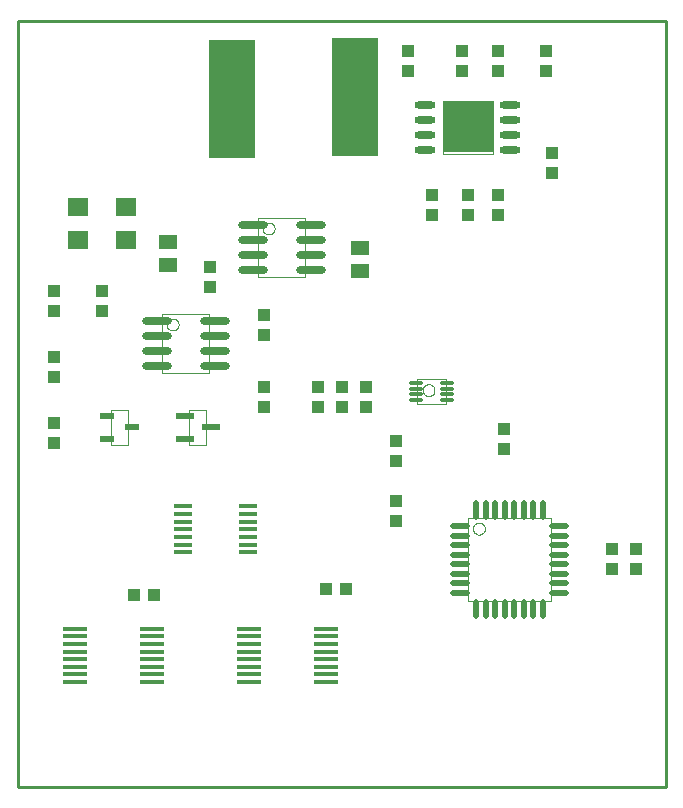
<source format=gtp>
%FSTAX23Y23*%
%MOIN*%
%SFA1B1*%

%IPPOS*%
%ADD10R,0.051180X0.023620*%
%ADD11R,0.039370X0.043310*%
%ADD12R,0.165350X0.165350*%
%ADD13O,0.070870X0.023620*%
%ADD14R,0.059060X0.051180*%
%ADD15R,0.062990X0.023620*%
%ADD16O,0.098430X0.027560*%
%ADD17O,0.049210X0.011810*%
%ADD18R,0.043310X0.039370*%
%ADD19R,0.084650X0.015750*%
%ADD20R,0.084650X0.015750*%
%ADD21R,0.064960X0.011810*%
%ADD22O,0.064960X0.021650*%
%ADD23O,0.021650X0.064960*%
%ADD24R,0.070870X0.062990*%
%ADD25R,0.157480X0.393700*%
%ADD34C,0.010000*%
%ADD37C,0.003940*%
%LNrazbot_v02-1*%
%LPD*%
G54D10*
X00381Y012D03*
X00298Y01162D03*
Y01237D03*
G54D11*
X0108Y01266D03*
Y01333D03*
X01Y01266D03*
Y01333D03*
X0126Y00953D03*
Y00886D03*
X0162Y01193D03*
Y01126D03*
X0012Y01653D03*
Y01586D03*
Y01433D03*
Y01366D03*
Y01213D03*
Y01146D03*
X0178Y02046D03*
Y02113D03*
X016Y01973D03*
Y01906D03*
X015Y01973D03*
Y01906D03*
X0028Y01586D03*
Y01653D03*
X0082Y01506D03*
Y01573D03*
Y01333D03*
Y01266D03*
X0138Y01906D03*
Y01973D03*
X0148Y02453D03*
Y02386D03*
X013Y02453D03*
Y02386D03*
X016D03*
Y02453D03*
X0176D03*
Y02386D03*
X0064Y01733D03*
Y01666D03*
X0126Y01153D03*
Y01086D03*
X0116Y01266D03*
Y01333D03*
X0206Y00726D03*
Y00793D03*
X0198Y00726D03*
Y00793D03*
G54D12*
X015Y022D03*
G54D13*
X01358Y02275D03*
Y02225D03*
Y02175D03*
Y02125D03*
X01641Y02275D03*
Y02225D03*
Y02175D03*
Y02125D03*
G54D14*
X005Y01742D03*
Y01817D03*
X0114Y01797D03*
Y01722D03*
G54D15*
X00643Y012D03*
X00556Y01162D03*
Y01237D03*
G54D16*
X00976Y01725D03*
Y01775D03*
Y01825D03*
Y01875D03*
X00783Y01725D03*
Y01775D03*
Y01825D03*
Y01875D03*
X00656Y01405D03*
Y01455D03*
Y01505D03*
Y01555D03*
X00463Y01405D03*
Y01455D03*
Y01505D03*
Y01555D03*
G54D17*
X01432Y0129D03*
Y0131D03*
Y01329D03*
Y01349D03*
X01327Y0129D03*
Y0131D03*
Y01329D03*
Y01349D03*
G54D18*
X00386Y0064D03*
X00453D03*
X01093Y0066D03*
X01026D03*
G54D19*
X00191Y00529D03*
X00771D03*
G54D20*
X00191Y00503D03*
Y00478D03*
Y00452D03*
Y00427D03*
Y00401D03*
Y00376D03*
Y0035D03*
X00448Y00529D03*
Y00503D03*
Y00478D03*
Y00452D03*
Y00427D03*
Y00401D03*
Y00376D03*
Y0035D03*
X00771Y00503D03*
Y00478D03*
Y00452D03*
Y00427D03*
Y00401D03*
Y00376D03*
Y0035D03*
X01028Y00529D03*
Y00503D03*
Y00478D03*
Y00452D03*
Y00427D03*
Y00401D03*
Y00376D03*
Y0035D03*
G54D21*
X0055Y00936D03*
Y00911D03*
Y00885D03*
Y0086D03*
Y00834D03*
Y00808D03*
Y00783D03*
X00769Y00936D03*
Y00911D03*
Y00885D03*
Y0086D03*
Y00834D03*
Y00808D03*
Y00783D03*
G54D22*
X01474Y0087D03*
Y00838D03*
Y00807D03*
Y00775D03*
Y00744D03*
Y00712D03*
Y00681D03*
Y00649D03*
X01805D03*
Y00681D03*
Y00712D03*
Y00744D03*
Y00775D03*
Y00807D03*
Y00838D03*
Y0087D03*
G54D23*
X01529Y00594D03*
X01561D03*
X01592D03*
X01624D03*
X01655D03*
X01687D03*
X01718D03*
X0175D03*
Y00925D03*
X01718D03*
X01687D03*
X01655D03*
X01624D03*
X01592D03*
X01561D03*
X01529D03*
G54D24*
X0036Y01824D03*
Y01935D03*
X002D03*
Y01824D03*
G54D25*
X00715Y02295D03*
X01125Y023D03*
G54D34*
X0Y0D02*
Y02555D01*
X0216*
Y0D02*
Y02555D01*
X0Y0D02*
X0216D01*
G54D37*
X01472Y02254D02*
D01*
X01472Y02255*
X01471Y02257*
X01471Y02258*
X01471Y02259*
X0147Y02261*
X0147Y02262*
X01469Y02263*
X01469Y02264*
X01468Y02266*
X01467Y02267*
X01466Y02268*
X01465Y02269*
X01464Y0227*
X01463Y0227*
X01462Y02271*
X0146Y02272*
X01459Y02272*
X01458Y02273*
X01457Y02273*
X01455Y02273*
X01454Y02274*
X01453Y02274*
X01451*
X0145Y02274*
X01448Y02273*
X01447Y02273*
X01446Y02273*
X01444Y02272*
X01443Y02272*
X01442Y02271*
X01441Y0227*
X0144Y0227*
X01439Y02269*
X01438Y02268*
X01437Y02267*
X01436Y02266*
X01435Y02264*
X01434Y02263*
X01434Y02262*
X01433Y02261*
X01433Y02259*
X01433Y02258*
X01432Y02257*
X01432Y02255*
X01432Y02254*
X01432Y02253*
X01432Y02251*
X01433Y0225*
X01433Y02249*
X01433Y02247*
X01434Y02246*
X01434Y02245*
X01435Y02244*
X01436Y02242*
X01437Y02241*
X01438Y0224*
X01439Y02239*
X0144Y02239*
X01441Y02238*
X01442Y02237*
X01443Y02236*
X01444Y02236*
X01446Y02235*
X01447Y02235*
X01448Y02235*
X0145Y02234*
X01451Y02234*
X01453*
X01454Y02234*
X01455Y02235*
X01457Y02235*
X01458Y02235*
X01459Y02236*
X0146Y02236*
X01462Y02237*
X01463Y02238*
X01464Y02239*
X01465Y02239*
X01466Y0224*
X01467Y02241*
X01468Y02242*
X01469Y02244*
X01469Y02245*
X0147Y02246*
X0147Y02247*
X01471Y02249*
X01471Y0225*
X01471Y02251*
X01472Y02253*
X01472Y02254*
X00856Y01862D02*
D01*
X00856Y01864*
X00856Y01865*
X00855Y01867*
X00855Y01868*
X00855Y01869*
X00854Y0187*
X00854Y01872*
X00853Y01873*
X00852Y01874*
X00851Y01875*
X0085Y01876*
X00849Y01877*
X00848Y01878*
X00847Y01879*
X00846Y0188*
X00845Y0188*
X00844Y01881*
X00842Y01881*
X00841Y01882*
X0084Y01882*
X00838Y01882*
X00837Y01882*
X00836*
X00834Y01882*
X00833Y01882*
X00831Y01882*
X0083Y01881*
X00829Y01881*
X00828Y0188*
X00826Y0188*
X00825Y01879*
X00824Y01878*
X00823Y01877*
X00822Y01876*
X00821Y01875*
X0082Y01874*
X00819Y01873*
X00819Y01872*
X00818Y0187*
X00818Y01869*
X00817Y01868*
X00817Y01867*
X00817Y01865*
X00817Y01864*
X00817Y01862*
X00817Y01861*
X00817Y0186*
X00817Y01858*
X00817Y01857*
X00818Y01856*
X00818Y01854*
X00819Y01853*
X00819Y01852*
X0082Y01851*
X00821Y0185*
X00822Y01849*
X00823Y01848*
X00824Y01847*
X00825Y01846*
X00826Y01845*
X00828Y01845*
X00829Y01844*
X0083Y01844*
X00831Y01843*
X00833Y01843*
X00834Y01843*
X00836Y01843*
X00837*
X00838Y01843*
X0084Y01843*
X00841Y01843*
X00842Y01844*
X00844Y01844*
X00845Y01845*
X00846Y01845*
X00847Y01846*
X00848Y01847*
X00849Y01848*
X0085Y01849*
X00851Y0185*
X00852Y01851*
X00853Y01852*
X00854Y01853*
X00854Y01854*
X00855Y01856*
X00855Y01857*
X00855Y01858*
X00856Y0186*
X00856Y01861*
X00856Y01862*
X00536Y01542D02*
D01*
X00536Y01544*
X00536Y01545*
X00535Y01547*
X00535Y01548*
X00535Y01549*
X00534Y0155*
X00534Y01552*
X00533Y01553*
X00532Y01554*
X00531Y01555*
X0053Y01556*
X00529Y01557*
X00528Y01558*
X00527Y01559*
X00526Y0156*
X00525Y0156*
X00524Y01561*
X00522Y01561*
X00521Y01562*
X0052Y01562*
X00518Y01562*
X00517Y01562*
X00516*
X00514Y01562*
X00513Y01562*
X00511Y01562*
X0051Y01561*
X00509Y01561*
X00508Y0156*
X00506Y0156*
X00505Y01559*
X00504Y01558*
X00503Y01557*
X00502Y01556*
X00501Y01555*
X005Y01554*
X00499Y01553*
X00499Y01552*
X00498Y0155*
X00498Y01549*
X00497Y01548*
X00497Y01547*
X00497Y01545*
X00497Y01544*
X00497Y01542*
X00497Y01541*
X00497Y0154*
X00497Y01538*
X00497Y01537*
X00498Y01536*
X00498Y01534*
X00499Y01533*
X00499Y01532*
X005Y01531*
X00501Y0153*
X00502Y01529*
X00503Y01528*
X00504Y01527*
X00505Y01526*
X00506Y01525*
X00508Y01525*
X00509Y01524*
X0051Y01524*
X00511Y01523*
X00513Y01523*
X00514Y01523*
X00516Y01523*
X00517*
X00518Y01523*
X0052Y01523*
X00521Y01523*
X00522Y01524*
X00524Y01524*
X00525Y01525*
X00526Y01525*
X00527Y01526*
X00528Y01527*
X00529Y01528*
X0053Y01529*
X00531Y0153*
X00532Y01531*
X00533Y01532*
X00534Y01533*
X00534Y01534*
X00535Y01536*
X00535Y01537*
X00535Y01538*
X00536Y0154*
X00536Y01541*
X00536Y01542*
X01389Y01323D02*
D01*
X01389Y01325*
X01389Y01326*
X01389Y01328*
X01389Y01329*
X01388Y0133*
X01388Y01331*
X01387Y01333*
X01386Y01334*
X01386Y01335*
X01385Y01336*
X01384Y01337*
X01383Y01338*
X01382Y01339*
X01381Y0134*
X01379Y0134*
X01378Y01341*
X01377Y01342*
X01376Y01342*
X01374Y01343*
X01373Y01343*
X01372Y01343*
X0137Y01343*
X01369*
X01368Y01343*
X01366Y01343*
X01365Y01343*
X01364Y01342*
X01362Y01342*
X01361Y01341*
X0136Y0134*
X01359Y0134*
X01358Y01339*
X01356Y01338*
X01355Y01337*
X01355Y01336*
X01354Y01335*
X01353Y01334*
X01352Y01333*
X01352Y01331*
X01351Y0133*
X01351Y01329*
X0135Y01328*
X0135Y01326*
X0135Y01325*
X0135Y01323*
X0135Y01322*
X0135Y01321*
X0135Y01319*
X01351Y01318*
X01351Y01317*
X01352Y01315*
X01352Y01314*
X01353Y01313*
X01354Y01312*
X01355Y01311*
X01355Y0131*
X01356Y01309*
X01358Y01308*
X01359Y01307*
X0136Y01306*
X01361Y01306*
X01362Y01305*
X01364Y01305*
X01365Y01304*
X01366Y01304*
X01368Y01304*
X01369Y01304*
X0137*
X01372Y01304*
X01373Y01304*
X01374Y01304*
X01376Y01305*
X01377Y01305*
X01378Y01306*
X01379Y01306*
X01381Y01307*
X01382Y01308*
X01383Y01309*
X01384Y0131*
X01385Y01311*
X01386Y01312*
X01386Y01313*
X01387Y01314*
X01388Y01315*
X01388Y01317*
X01389Y01318*
X01389Y01319*
X01389Y01321*
X01389Y01322*
X01389Y01323*
X01557Y00862D02*
D01*
X01557Y00863*
X01557Y00865*
X01556Y00866*
X01556Y00867*
X01556Y00869*
X01555Y0087*
X01555Y00871*
X01554Y00872*
X01553Y00873*
X01552Y00875*
X01551Y00876*
X0155Y00876*
X01549Y00877*
X01548Y00878*
X01547Y00879*
X01546Y0088*
X01545Y0088*
X01543Y00881*
X01542Y00881*
X01541Y00881*
X01539Y00881*
X01538Y00882*
X01536*
X01535Y00881*
X01534Y00881*
X01532Y00881*
X01531Y00881*
X0153Y0088*
X01528Y0088*
X01527Y00879*
X01526Y00878*
X01525Y00877*
X01524Y00876*
X01523Y00876*
X01522Y00875*
X01521Y00873*
X0152Y00872*
X0152Y00871*
X01519Y0087*
X01519Y00869*
X01518Y00867*
X01518Y00866*
X01518Y00865*
X01517Y00863*
X01517Y00862*
X01517Y0086*
X01518Y00859*
X01518Y00858*
X01518Y00856*
X01519Y00855*
X01519Y00854*
X0152Y00853*
X0152Y00851*
X01521Y0085*
X01522Y00849*
X01523Y00848*
X01524Y00847*
X01525Y00846*
X01526Y00846*
X01527Y00845*
X01528Y00844*
X0153Y00844*
X01531Y00843*
X01532Y00843*
X01534Y00842*
X01535Y00842*
X01536Y00842*
X01538*
X01539Y00842*
X01541Y00842*
X01542Y00843*
X01543Y00843*
X01545Y00844*
X01546Y00844*
X01547Y00845*
X01548Y00846*
X01549Y00846*
X0155Y00847*
X01551Y00848*
X01552Y00849*
X01553Y0085*
X01554Y00851*
X01555Y00853*
X01555Y00854*
X01556Y00855*
X01556Y00856*
X01556Y00858*
X01557Y00859*
X01557Y0086*
X01557Y00862*
X00312Y0114D02*
X00367D01*
X00312Y01259D02*
X00367D01*
Y0114D02*
Y01259D01*
X00312Y0114D02*
Y01259D01*
X01416Y0211D02*
Y02289D01*
X01583Y0211D02*
Y02289D01*
X01416D02*
X01583D01*
X01416Y0211D02*
X01583D01*
X00572Y0114D02*
X00627D01*
X00572Y01259D02*
X00627D01*
Y0114D02*
Y01259D01*
X00572Y0114D02*
Y01259D01*
X00801Y01701D02*
X00958D01*
X00801Y01898D02*
X00958D01*
Y01701D02*
Y01898D01*
X00801Y01701D02*
Y01898D01*
X00481Y01381D02*
X00638D01*
X00481Y01578D02*
X00638D01*
Y01381D02*
Y01578D01*
X00481Y01381D02*
Y01578D01*
X01332Y01278D02*
X01427D01*
X01332Y01361D02*
X01427D01*
Y01278D02*
Y01361D01*
X01332Y01278D02*
Y01361D01*
X01502Y00622D02*
Y00897D01*
X01777Y00622D02*
Y00897D01*
X01502D02*
X01777D01*
X01502Y00622D02*
X01777D01*
M02*
</source>
